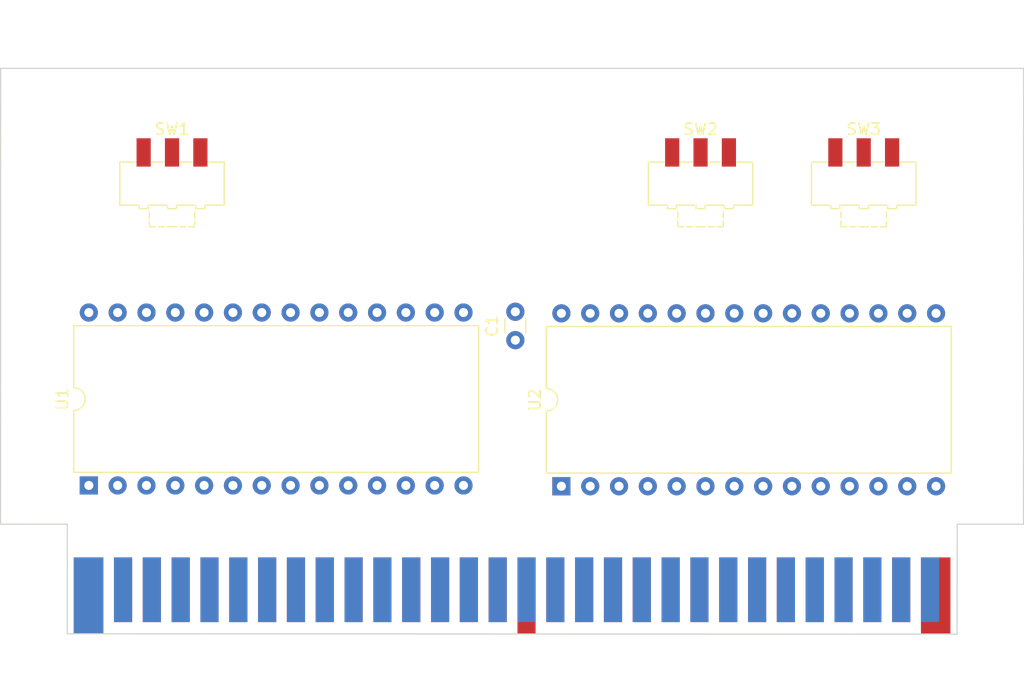
<source format=kicad_pcb>
(kicad_pcb (version 20221018) (generator pcbnew)
  (layers (0 "F.Cu" signal) (31 "B.Cu" signal) (34 "B.Paste" user) (35 "F.Paste" user) (36 "B.SilkS" user "B.Silkscreen") (37 "F.SilkS" user "F.Silkscreen") (38 "B.Mask" user) (39 "F.Mask" user) (44 "Edge.Cuts" user))
  (net 0 "")
  (net 1 "VCC")
  (net 3 "/A12")
  (net 6 "/D7")
  (net 7 "/D6")
  (net 8 "/D5")
  (net 9 "/D4")
  (net 14 "/A7")
  (net 15 "/A6")
  (net 16 "/A5")
  (net 17 "/A4")
  (net 18 "/A3")
  (net 19 "/A2")
  (net 20 "/A1")
  (net 21 "/A0")
  (net 24 "/D0")
  (net 26 "/IA11")
  (net 29 "GND")
  (net 30 "/D1")
  (net 31 "/D2")
  (net 32 "/D3")
  (net 33 "/A10")
  (net 34 "/A11")
  (net 35 "/A9")
  (net 36 "/A8")
  (net 37 "/IVA11")
  (net 38 "Net-(J1-Pin_15)")
  (net 39 "Net-(J1-Pin_18)")
  (net 40 "/VA7")
  (net 41 "/VA8")
  (net 42 "/VA9")
  (net 43 "/VA10")
  (net 44 "/VA11")
  (net 45 "/VA12")
  (net 46 "/VD7")
  (net 47 "/VD6")
  (net 48 "/VD5")
  (net 49 "/VD4")
  (net 50 "/VA6")
  (net 51 "/VA5")
  (net 52 "/VA4")
  (net 53 "/VA3")
  (net 54 "/VA2")
  (net 55 "/VA1")
  (net 56 "/VA0")
  (net 57 "/VD0")
  (net 58 "/VD1")
  (net 59 "/VD2")
  (net 60 "/VD3")
  (net 61 "/{slash}OEV")
  (net 62 "/{slash}CSV")
  (net 63 "/{slash}CSS")
  (net 64 "/IVA10")
  (footprint "Button_Switch_SMD:SW_SPDT_CK-JS102011SAQN" (layer "F.Cu") (at 146.46 86.36)
    (fp_text reference "SW3" (at 0 -4.8) (layer "F.SilkS"))
    (fp_text value "SW_SPDT")
    (fp_line (start -4.6 -1.9) (end -3.2 -1.9) (stroke (width 0.12)) (layer "F.SilkS"))
    (fp_line (start -4.6 1.9) (end -4.6 -1.9) (stroke (width 0.12)) (layer "F.SilkS"))
    (fp_line (start -4.6 1.9) (end -4.6 1.9) (stroke (width 0.12)) (layer "F.SilkS"))
    (fp_line (start -2.9 1.9) (end -4.6 1.9) (stroke (width 0.12)) (layer "F.SilkS"))
    (fp_line (start -2.9 2.2) (end -2.9 1.9) (stroke (width 0.12)) (layer "F.SilkS"))
    (fp_line (start -2.1 1.9) (end -2.1 2.2) (stroke (width 0.12)) (layer "F.SilkS"))
    (fp_line (start -2.1 2.2) (end -2.9 2.2) (stroke (width 0.12)) (layer "F.SilkS"))
    (fp_line (start -2 2.5) (end -2 2.5) (stroke (width 0.12)) (layer "F.SilkS"))
    (fp_line (start -2 3) (end -2 2.5) (stroke (width 0.12)) (layer "F.SilkS"))
    (fp_line (start -2 3.3) (end -2 3.3) (stroke (width 0.12)) (layer "F.SilkS"))
    (fp_line (start -2 3.8) (end -2 3.3) (stroke (width 0.12)) (layer "F.SilkS"))
    (fp_line (start -2 3.8) (end -1.5 3.8) (stroke (width 0.12)) (layer "F.SilkS"))
    (fp_line (start -1.8 -1.9) (end -1.8 -1.9) (stroke (width 0.12)) (layer "F.SilkS"))
    (fp_line (start -1.5 3.8) (end -1.5 3.8) (stroke (width 0.12)) (layer "F.SilkS"))
    (fp_line (start -1.2 3.8) (end -0.7 3.8) (stroke (width 0.12)) (layer "F.SilkS"))
    (fp_line (start -0.7 -1.9) (end -1.8 -1.9) (stroke (width 0.12)) (layer "F.SilkS"))
    (fp_line (start -0.7 3.8) (end -0.7 3.8) (stroke (width 0.12)) (layer "F.SilkS"))
    (fp_line (start -0.4 1.9) (end -2.1 1.9) (stroke (width 0.12)) (layer "F.SilkS"))
    (fp_line (start -0.4 2.2) (end -0.4 1.9) (stroke (width 0.12)) (layer "F.SilkS"))
    (fp_line (start -0.4 3.8) (end -0.4 3.8) (stroke (width 0.12)) (layer "F.SilkS"))
    (fp_line (start 0.4 1.9) (end 0.4 2.2) (stroke (width 0.12)) (layer "F.SilkS"))
    (fp_line (start 0.4 2.2) (end -0.4 2.2) (stroke (width 0.12)) (layer "F.SilkS"))
    (fp_line (start 0.4 3.8) (end -0.4 3.8) (stroke (width 0.12)) (layer "F.SilkS"))
    (fp_line (start 0.7 -1.9) (end 0.7 -1.9) (stroke (width 0.12)) (layer "F.SilkS"))
    (fp_line (start 0.7 3.8) (end 0.7 3.8) (stroke (width 0.12)) (layer "F.SilkS"))
    (fp_line (start 1.2 3.8) (end 0.7 3.8) (stroke (width 0.12)) (layer "F.SilkS"))
    (fp_line (start 1.5 3.8) (end 1.5 3.8) (stroke (width 0.12)) (layer "F.SilkS"))
    (fp_line (start 1.8 -1.9) (end 0.7 -1.9) (stroke (width 0.12)) (layer "F.SilkS"))
    (fp_line (start 2 2.5) (end 2 2.5) (stroke (width 0.12)) (layer "F.SilkS"))
    (fp_line (start 2 3) (end 2 2.5) (stroke (width 0.12)) (layer "F.SilkS"))
    (fp_line (start 2 3.3) (end 2 3.3) (stroke (width 0.12)) (layer "F.SilkS"))
    (fp_line (start 2 3.8) (end 1.5 3.8) (stroke (width 0.12)) (layer "F.SilkS"))
    (fp_line (start 2 3.8) (end 2 3.3) (stroke (width 0.12)) (layer "F.SilkS"))
    (fp_line (start 2.1 1.9) (end 0.4 1.9) (stroke (width 0.12)) (layer "F.SilkS"))
    (fp_line (start 2.1 2.2) (end 2.1 1.9) (stroke (width 0.12)) (layer "F.SilkS"))
    (fp_line (start 2.9 1.9) (end 2.9 2.2) (stroke (width 0.12)) (layer "F.SilkS"))
    (fp_line (start 2.9 2.2) (end 2.1 2.2) (stroke (width 0.12)) (layer "F.SilkS"))
    (fp_line (start 3.2 -1.9) (end 4.6 -1.9) (stroke (width 0.12)) (layer "F.SilkS"))
    (fp_line (start 4.6 -1.9) (end 4.6 1.9) (stroke (width 0.12)) (layer "F.SilkS"))
    (fp_line (start 4.6 1.9) (end 2.9 1.9) (stroke (width 0.12)) (layer "F.SilkS"))
    (pad "" np_thru_hole circle (at -3.4 0) (size 0.9 0.9) (drill 0.9) (layers "*.Cu" "*.Mask"))
    (pad "" np_thru_hole circle (at 3.4 0) (size 0.9 0.9) (drill 0.9) (layers "*.Cu" "*.Mask"))
    (pad "1" smd rect (at -2.5 -2.75) (size 1.25 2.5) (layers "F.Cu" "F.Paste" "F.Mask") (net 64 "/IVA10"))
    (pad "2" smd rect (at 0 -2.75) (size 1.25 2.5) (layers "F.Cu" "F.Paste" "F.Mask") (net 43 "/VA10"))
    (pad "3" smd rect (at 2.5 -2.75) (size 1.25 2.5) (layers "F.Cu" "F.Paste" "F.Mask") (net 44 "/VA11"))
  )
  (footprint "Library:HVC-TGROM-01" (layer "F.Cu") (at 115.4741 116.3007)
    (fp_text reference "J1")
    (fp_text value "Famicom_Cartridge")
    (pad "1" connect rect (at -37.33 6.35) (size 2.6 6.7) (layers "F.Cu") (net 1 "VCC"))
    (pad "2" connect rect (at -34.29 5.85) (size 1.6 5.7) (layers "F.Cu"))
    (pad "3" connect rect (at -31.75 5.85) (size 1.6 5.7) (layers "F.Cu") (net 3 "/A12"))
    (pad "4" connect rect (at -29.21 5.85) (size 1.6 5.7) (layers "F.Cu"))
    (pad "5" connect rect (at -26.67 5.85) (size 1.6 5.7) (layers "F.Cu"))
    (pad "6" connect rect (at -24.13 5.85) (size 1.6 5.7) (layers "F.Cu") (net 6 "/D7"))
    (pad "7" connect rect (at -21.59 5.85) (size 1.6 5.7) (layers "F.Cu") (net 7 "/D6"))
    (pad "8" connect rect (at -19.05 5.85) (size 1.6 5.7) (layers "F.Cu") (net 8 "/D5"))
    (pad "9" connect rect (at -16.51 5.85) (size 1.6 5.7) (layers "F.Cu") (net 9 "/D4"))
    (pad "10" connect rect (at -13.97 5.85) (size 1.6 5.7) (layers "F.Cu") (net 32 "/D3"))
    (pad "11" connect rect (at -11.43 5.85) (size 1.6 5.7) (layers "F.Cu") (net 31 "/D2"))
    (pad "12" connect rect (at -8.89 5.85) (size 1.6 5.7) (layers "F.Cu") (net 30 "/D1"))
    (pad "13" connect rect (at -6.35 5.85) (size 1.6 5.7) (layers "F.Cu") (net 24 "/D0"))
    (pad "14" connect rect (at -3.81 5.85) (size 1.6 5.7) (layers "F.Cu") (net 63 "/{slash}CSS"))
    (pad "15" connect rect (at -1.27 5.85) (size 1.6 5.7) (layers "F.Cu") (net 38 "Net-(J1-Pin_15)"))
    (pad "16" connect rect (at 1.27 6.35) (size 1.6 6.7) (layers "F.Cu") (net 38 "Net-(J1-Pin_15)"))
    (pad "17" connect rect (at 3.81 5.85) (size 1.6 5.7) (layers "F.Cu"))
    (pad "18" connect rect (at 6.35 5.85) (size 1.6 5.7) (layers "F.Cu") (net 39 "Net-(J1-Pin_18)"))
    (pad "19" connect rect (at 8.89 5.85) (size 1.6 5.7) (layers "F.Cu") (net 39 "Net-(J1-Pin_18)"))
    (pad "20" connect rect (at 11.43 5.85) (size 1.6 5.7) (layers "F.Cu") (net 40 "/VA7"))
    (pad "21" connect rect (at 13.97 5.85) (size 1.6 5.7) (layers "F.Cu") (net 41 "/VA8"))
    (pad "22" connect rect (at 16.51 5.85) (size 1.6 5.7) (layers "F.Cu") (net 42 "/VA9"))
    (pad "23" connect rect (at 19.05 5.85) (size 1.6 5.7) (layers "F.Cu") (net 43 "/VA10"))
    (pad "24" connect rect (at 21.59 5.85) (size 1.6 5.7) (layers "F.Cu") (net 44 "/VA11"))
    (pad "25" connect rect (at 24.13 5.85) (size 1.6 5.7) (layers "F.Cu") (net 45 "/VA12"))
    (pad "26" connect rect (at 26.67 5.85) (size 1.6 5.7) (layers "F.Cu") (net 61 "/{slash}OEV"))
    (pad "27" connect rect (at 29.21 5.85) (size 1.6 5.7) (layers "F.Cu") (net 46 "/VD7"))
    (pad "28" connect rect (at 31.75 5.85) (size 1.6 5.7) (layers "F.Cu") (net 47 "/VD6"))
    (pad "29" connect rect (at 34.29 5.85) (size 1.6 5.7) (layers "F.Cu") (net 48 "/VD5"))
    (pad "30" connect rect (at 37.33 6.35) (size 2.6 6.7) (layers "F.Cu") (net 49 "/VD4"))
    (pad "31" connect rect (at -37.33 6.35) (size 2.6 6.7) (layers "B.Cu") (net 29 "GND"))
    (pad "32" connect rect (at -34.29 5.85) (size 1.6 5.7) (layers "B.Cu") (net 34 "/A11"))
    (pad "33" connect rect (at -31.75 5.85) (size 1.6 5.7) (layers "B.Cu") (net 33 "/A10"))
    (pad "34" connect rect (at -29.21 5.85) (size 1.6 5.7) (layers "B.Cu") (net 35 "/A9"))
    (pad "35" connect rect (at -26.67 5.85) (size 1.6 5.7) (layers "B.Cu") (net 36 "/A8"))
    (pad "36" connect rect (at -24.13 5.85) (size 1.6 5.7) (layers "B.Cu") (net 14 "/A7"))
    (pad "37" connect rect (at -21.59 5.85) (size 1.6 5.7) (layers "B.Cu") (net 15 "/A6"))
    (pad "38" connect rect (at -19.05 5.85) (size 1.6 5.7) (layers "B.Cu") (net 16 "/A5"))
    (pad "39" connect rect (at -16.51 5.85) (size 1.6 5.7) (layers "B.Cu") (net 17 "/A4"))
    (pad "40" connect rect (at -13.97 5.85) (size 1.6 5.7) (layers "B.Cu") (net 18 "/A3"))
    (pad "41" connect rect (at -11.43 5.85) (size 1.6 5.7) (layers "B.Cu") (net 19 "/A2"))
    (pad "42" connect rect (at -8.89 5.85) (size 1.6 5.7) (layers "B.Cu") (net 20 "/A1"))
    (pad "43" connect rect (at -6.35 5.85) (size 1.6 5.7) (layers "B.Cu") (net 21 "/A0"))
    (pad "44" connect rect (at -3.81 5.85) (size 1.6 5.7) (layers "B.Cu"))
    (pad "45" connect rect (at -1.27 5.85) (size 1.6 5.7) (layers "B.Cu"))
    (pad "46" connect rect (at 1.27 5.85) (size 1.6 5.7) (layers "B.Cu") (net 29 "GND"))
    (pad "47" connect rect (at 3.81 5.85) (size 1.6 5.7) (layers "B.Cu") (net 62 "/{slash}CSV"))
    (pad "48" connect rect (at 6.35 5.85) (size 1.6 5.7) (layers "B.Cu") (net 43 "/VA10"))
    (pad "49" connect rect (at 8.89 5.85) (size 1.6 5.7) (layers "B.Cu") (net 50 "/VA6"))
    (pad "50" connect rect (at 11.43 5.85) (size 1.6 5.7) (layers "B.Cu") (net 51 "/VA5"))
    (pad "51" connect rect (at 13.97 5.85) (size 1.6 5.7) (layers "B.Cu") (net 52 "/VA4"))
    (pad "52" connect rect (at 16.51 5.85) (size 1.6 5.7) (layers "B.Cu") (net 53 "/VA3"))
    (pad "53" connect rect (at 19.05 5.85) (size 1.6 5.7) (layers "B.Cu") (net 54 "/VA2"))
    (pad "54" connect rect (at 21.59 5.85) (size 1.6 5.7) (layers "B.Cu") (net 55 "/VA1"))
    (pad "55" connect rect (at 24.13 5.85) (size 1.6 5.7) (layers "B.Cu") (net 56 "/VA0"))
    (pad "56" connect rect (at 26.67 5.85) (size 1.6 5.7) (layers "B.Cu") (net 57 "/VD0"))
    (pad "57" connect rect (at 29.21 5.85) (size 1.6 5.7) (layers "B.Cu") (net 58 "/VD1"))
    (pad "58" connect rect (at 31.75 5.85) (size 1.6 5.7) (layers "B.Cu") (net 59 "/VD2"))
    (pad "59" connect rect (at 34.29 5.85) (size 1.6 5.7) (layers "B.Cu") (net 60 "/VD3"))
    (pad "60" connect rect (at 36.83 5.85) (size 1.6 5.7) (layers "B.Cu") (net 1 "VCC"))
  )
  (footprint "Capacitor_THT:C_Disc_D3.0mm_W1.6mm_P2.50mm" (layer "F.Cu") (at 115.757957 100.153198 90)
    (fp_text reference "C1" (at 1.25 -2.05 90) (layer "F.SilkS"))
    (fp_text value "100 nF" hide)
    (fp_line (start 0.621 -0.92) (end 1.879 -0.92) (stroke (width 0.12)) (layer "F.SilkS"))
    (fp_line (start 0.621 0.92) (end 1.879 0.92) (stroke (width 0.12)) (layer "F.SilkS"))
    (pad "1" thru_hole circle (at 0 0 90) (size 1.6 1.6) (drill 0.8) (layers "*.Cu" "*.Mask") (net 29 "GND"))
    (pad "2" thru_hole circle (at 2.5 0 90) (size 1.6 1.6) (drill 0.8) (layers "*.Cu" "*.Mask") (net 1 "VCC"))
  )
  (footprint "Button_Switch_SMD:SW_SPDT_CK-JS102011SAQN" (layer "F.Cu") (at 85.5 86.36)
    (fp_text reference "SW1" (at 0 -4.8) (layer "F.SilkS"))
    (fp_text value "SW_SPDT")
    (fp_line (start -4.6 -1.9) (end -3.2 -1.9) (stroke (width 0.12)) (layer "F.SilkS"))
    (fp_line (start -4.6 1.9) (end -4.6 -1.9) (stroke (width 0.12)) (layer "F.SilkS"))
    (fp_line (start -4.6 1.9) (end -4.6 1.9) (stroke (width 0.12)) (layer "F.SilkS"))
    (fp_line (start -2.9 1.9) (end -4.6 1.9) (stroke (width 0.12)) (layer "F.SilkS"))
    (fp_line (start -2.9 2.2) (end -2.9 1.9) (stroke (width 0.12)) (layer "F.SilkS"))
    (fp_line (start -2.1 1.9) (end -2.1 2.2) (stroke (width 0.12)) (layer "F.SilkS"))
    (fp_line (start -2.1 2.2) (end -2.9 2.2) (stroke (width 0.12)) (layer "F.SilkS"))
    (fp_line (start -2 2.5) (end -2 2.5) (stroke (width 0.12)) (layer "F.SilkS"))
    (fp_line (start -2 3) (end -2 2.5) (stroke (width 0.12)) (layer "F.SilkS"))
    (fp_line (start -2 3.3) (end -2 3.3) (stroke (width 0.12)) (layer "F.SilkS"))
    (fp_line (start -2 3.8) (end -2 3.3) (stroke (width 0.12)) (layer "F.SilkS"))
    (fp_line (start -2 3.8) (end -1.5 3.8) (stroke (width 0.12)) (layer "F.SilkS"))
    (fp_line (start -1.8 -1.9) (end -1.8 -1.9) (stroke (width 0.12)) (layer "F.SilkS"))
    (fp_line (start -1.5 3.8) (end -1.5 3.8) (stroke (width 0.12)) (layer "F.SilkS"))
    (fp_line (start -1.2 3.8) (end -0.7 3.8) (stroke (width 0.12)) (layer "F.SilkS"))
    (fp_line (start -0.7 -1.9) (end -1.8 -1.9) (stroke (width 0.12)) (layer "F.SilkS"))
    (fp_line (start -0.7 3.8) (end -0.7 3.8) (stroke (width 0.12)) (layer "F.SilkS"))
    (fp_line (start -0.4 1.9) (end -2.1 1.9) (stroke (width 0.12)) (layer "F.SilkS"))
    (fp_line (start -0.4 2.2) (end -0.4 1.9) (stroke (width 0.12)) (layer "F.SilkS"))
    (fp_line (start -0.4 3.8) (end -0.4 3.8) (stroke (width 0.12)) (layer "F.SilkS"))
    (fp_line (start 0.4 1.9) (end 0.4 2.2) (stroke (width 0.12)) (layer "F.SilkS"))
    (fp_line (start 0.4 2.2) (end -0.4 2.2) (stroke (width 0.12)) (layer "F.SilkS"))
    (fp_line (start 0.4 3.8) (end -0.4 3.8) (stroke (width 0.12)) (layer "F.SilkS"))
    (fp_line (start 0.7 -1.9) (end 0.7 -1.9) (stroke (width 0.12)) (layer "F.SilkS"))
    (fp_line (start 0.7 3.8) (end 0.7 3.8) (stroke (width 0.12)) (layer "F.SilkS"))
    (fp_line (start 1.2 3.8) (end 0.7 3.8) (stroke (width 0.12)) (layer "F.SilkS"))
    (fp_line (start 1.5 3.8) (end 1.5 3.8) (stroke (width 0.12)) (layer "F.SilkS"))
    (fp_line (start 1.8 -1.9) (end 0.7 -1.9) (stroke (width 0.12)) (layer "F.SilkS"))
    (fp_line (start 2 2.5) (end 2 2.5) (stroke (width 0.12)) (layer "F.SilkS"))
    (fp_line (start 2 3) (end 2 2.5) (stroke (width 0.12)) (layer "F.SilkS"))
    (fp_line (start 2 3.3) (end 2 3.3) (stroke (width 0.12)) (layer "F.SilkS"))
    (fp_line (start 2 3.8) (end 1.5 3.8) (stroke (width 0.12)) (layer "F.SilkS"))
    (fp_line (start 2 3.8) (end 2 3.3) (stroke (width 0.12)) (layer "F.SilkS"))
    (fp_line (start 2.1 1.9) (end 0.4 1.9) (stroke (width 0.12)) (layer "F.SilkS"))
    (fp_line (start 2.1 2.2) (end 2.1 1.9) (stroke (width 0.12)) (layer "F.SilkS"))
    (fp_line (start 2.9 1.9) (end 2.9 2.2) (stroke (width 0.12)) (layer "F.SilkS"))
    (fp_line (start 2.9 2.2) (end 2.1 2.2) (stroke (width 0.12)) (layer "F.SilkS"))
    (fp_line (start 3.2 -1.9) (end 4.6 -1.9) (stroke (width 0.12)) (layer "F.SilkS"))
    (fp_line (start 4.6 -1.9) (end 4.6 1.9) (stroke (width 0.12)) (layer "F.SilkS"))
    (fp_line (start 4.6 1.9) (end 2.9 1.9) (stroke (width 0.12)) (layer "F.SilkS"))
    (pad "" np_thru_hole circle (at -3.4 0) (size 0.9 0.9) (drill 0.9) (layers "*.Cu" "*.Mask"))
    (pad "" np_thru_hole circle (at 3.4 0) (size 0.9 0.9) (drill 0.9) (layers "*.Cu" "*.Mask"))
    (pad "1" smd rect (at -2.5 -2.75) (size 1.25 2.5) (layers "F.Cu" "F.Paste" "F.Mask") (net 1 "VCC"))
    (pad "2" smd rect (at 0 -2.75) (size 1.25 2.5) (layers "F.Cu" "F.Paste" "F.Mask") (net 26 "/IA11"))
    (pad "3" smd rect (at 2.5 -2.75) (size 1.25 2.5) (layers "F.Cu" "F.Paste" "F.Mask") (net 34 "/A11"))
  )
  (footprint "Package_DIP:DIP-28_W15.24mm" (layer "F.Cu") (at 119.816 113.0297 90)
    (fp_text reference "U2" (at 7.62 -2.33 90) (layer "F.SilkS"))
    (fp_text value "27C64" hide)
    (fp_line (start 1.16 -1.33) (end 1.16 34.35) (stroke (width 0.12)) (layer "F.SilkS"))
    (fp_line (start 1.16 34.35) (end 14.08 34.35) (stroke (width 0.12)) (layer "F.SilkS"))
    (fp_line (start 6.62 -1.33) (end 1.16 -1.33) (stroke (width 0.12)) (layer "F.SilkS"))
    (fp_line (start 14.08 -1.33) (end 8.62 -1.33) (stroke (width 0.12)) (layer "F.SilkS"))
    (fp_line (start 14.08 34.35) (end 14.08 -1.33) (stroke (width 0.12)) (layer "F.SilkS"))
    (fp_arc (start 8.62 -1.33) (mid 7.62 -0.33) (end 6.62 -1.33) (stroke (width 0.12)) (layer "F.SilkS"))
    (pad "1" thru_hole rect (at 0 0 90) (size 1.6 1.6) (drill 0.8) (layers "*.Cu" "*.Mask"))
    (pad "2" thru_hole oval (at 0 2.54 90) (size 1.6 1.6) (drill 0.8) (layers "*.Cu" "*.Mask") (net 45 "/VA12"))
    (pad "3" thru_hole oval (at 0 5.08 90) (size 1.6 1.6) (drill 0.8) (layers "*.Cu" "*.Mask") (net 40 "/VA7"))
    (pad "4" thru_hole oval (at 0 7.62 90) (size 1.6 1.6) (drill 0.8) (layers "*.Cu" "*.Mask") (net 50 "/VA6"))
    (pad "5" thru_hole oval (at 0 10.16 90) (size 1.6 1.6) (drill 0.8) (layers "*.Cu" "*.Mask") (net 51 "/VA5"))
    (pad "6" thru_hole oval (at 0 12.7 90) (size 1.6 1.6) (drill 0.8) (layers "*.Cu" "*.Mask") (net 52 "/VA4"))
    (pad "7" thru_hole oval (at 0 15.24 90) (size 1.6 1.6) (drill 0.8) (layers "*.Cu" "*.Mask") (net 53 "/VA3"))
    (pad "8" thru_hole oval (at 0 17.78 90) (size 1.6 1.6) (drill 0.8) (layers "*.Cu" "*.Mask") (net 54 "/VA2"))
    (pad "9" thru_hole oval (at 0 20.32 90) (size 1.6 1.6) (drill 0.8) (layers "*.Cu" "*.Mask") (net 55 "/VA1"))
    (pad "10" thru_hole oval (at 0 22.86 90) (size 1.6 1.6) (drill 0.8) (layers "*.Cu" "*.Mask") (net 56 "/VA0"))
    (pad "11" thru_hole oval (at 0 25.4 90) (size 1.6 1.6) (drill 0.8) (layers "*.Cu" "*.Mask") (net 57 "/VD0"))
    (pad "12" thru_hole oval (at 0 27.94 90) (size 1.6 1.6) (drill 0.8) (layers "*.Cu" "*.Mask") (net 58 "/VD1"))
    (pad "13" thru_hole oval (at 0 30.48 90) (size 1.6 1.6) (drill 0.8) (layers "*.Cu" "*.Mask") (net 59 "/VD2"))
    (pad "14" thru_hole oval (at 0 33.02 90) (size 1.6 1.6) (drill 0.8) (layers "*.Cu" "*.Mask") (net 29 "GND"))
    (pad "15" thru_hole oval (at 15.24 33.02 90) (size 1.6 1.6) (drill 0.8) (layers "*.Cu" "*.Mask") (net 60 "/VD3"))
    (pad "16" thru_hole oval (at 15.24 30.48 90) (size 1.6 1.6) (drill 0.8) (layers "*.Cu" "*.Mask") (net 49 "/VD4"))
    (pad "17" thru_hole oval (at 15.24 27.94 90) (size 1.6 1.6) (drill 0.8) (layers "*.Cu" "*.Mask") (net 48 "/VD5"))
    (pad "18" thru_hole oval (at 15.24 25.4 90) (size 1.6 1.6) (drill 0.8) (layers "*.Cu" "*.Mask") (net 47 "/VD6"))
    (pad "19" thru_hole oval (at 15.24 22.86 90) (size 1.6 1.6) (drill 0.8) (layers "*.Cu" "*.Mask") (net 46 "/VD7"))
    (pad "20" thru_hole oval (at 15.24 20.32 90) (size 1.6 1.6) (drill 0.8) (layers "*.Cu" "*.Mask") (net 62 "/{slash}CSV"))
    (pad "21" thru_hole oval (at 15.24 17.78 90) (size 1.6 1.6) (drill 0.8) (layers "*.Cu" "*.Mask") (net 64 "/IVA10"))
    (pad "22" thru_hole oval (at 15.24 15.24 90) (size 1.6 1.6) (drill 0.8) (layers "*.Cu" "*.Mask") (net 61 "/{slash}OEV"))
    (pad "23" thru_hole oval (at 15.24 12.7 90) (size 1.6 1.6) (drill 0.8) (layers "*.Cu" "*.Mask") (net 37 "/IVA11"))
    (pad "24" thru_hole oval (at 15.24 10.16 90) (size 1.6 1.6) (drill 0.8) (layers "*.Cu" "*.Mask") (net 42 "/VA9"))
    (pad "25" thru_hole oval (at 15.24 7.62 90) (size 1.6 1.6) (drill 0.8) (layers "*.Cu" "*.Mask") (net 41 "/VA8"))
    (pad "26" thru_hole oval (at 15.24 5.08 90) (size 1.6 1.6) (drill 0.8) (layers "*.Cu" "*.Mask"))
    (pad "27" thru_hole oval (at 15.24 2.54 90) (size 1.6 1.6) (drill 0.8) (layers "*.Cu" "*.Mask"))
    (pad "28" thru_hole oval (at 15.24 0 90) (size 1.6 1.6) (drill 0.8) (layers "*.Cu" "*.Mask") (net 1 "VCC"))
  )
  (footprint "Package_DIP:DIP-28_W15.24mm" (layer "F.Cu") (at 78.1694 112.9599 90)
    (fp_text reference "U1" (at 7.62 -2.33 90) (layer "F.SilkS"))
    (fp_text value "27C64" hide)
    (fp_line (start 1.16 -1.33) (end 1.16 34.35) (stroke (width 0.12)) (layer "F.SilkS"))
    (fp_line (start 1.16 34.35) (end 14.08 34.35) (stroke (width 0.12)) (layer "F.SilkS"))
    (fp_line (start 6.62 -1.33) (end 1.16 -1.33) (stroke (width 0.12)) (layer "F.SilkS"))
    (fp_line (start 14.08 -1.33) (end 8.62 -1.33) (stroke (width 0.12)) (layer "F.SilkS"))
    (fp_line (start 14.08 34.35) (end 14.08 -1.33) (stroke (width 0.12)) (layer "F.SilkS"))
    (fp_arc (start 8.62 -1.33) (mid 7.62 -0.33) (end 6.62 -1.33) (stroke (width 0.12)) (layer "F.SilkS"))
    (pad "1" thru_hole rect (at 0 0 90) (size 1.6 1.6) (drill 0.8) (layers "*.Cu" "*.Mask"))
    (pad "2" thru_hole oval (at 0 2.54 90) (size 1.6 1.6) (drill 0.8) (layers "*.Cu" "*.Mask") (net 3 "/A12"))
    (pad "3" thru_hole oval (at 0 5.08 90) (size 1.6 1.6) (drill 0.8) (layers "*.Cu" "*.Mask") (net 14 "/A7"))
    (pad "4" thru_hole oval (at 0 7.62 90) (size 1.6 1.6) (drill 0.8) (layers "*.Cu" "*.Mask") (net 15 "/A6"))
    (pad "5" thru_hole oval (at 0 10.16 90) (size 1.6 1.6) (drill 0.8) (layers "*.Cu" "*.Mask") (net 16 "/A5"))
    (pad "6" thru_hole oval (at 0 12.7 90) (size 1.6 1.6) (drill 0.8) (layers "*.Cu" "*.Mask") (net 17 "/A4"))
    (pad "7" thru_hole oval (at 0 15.24 90) (size 1.6 1.6) (drill 0.8) (layers "*.Cu" "*.Mask") (net 18 "/A3"))
    (pad "8" thru_hole oval (at 0 17.78 90) (size 1.6 1.6) (drill 0.8) (layers "*.Cu" "*.Mask") (net 19 "/A2"))
    (pad "9" thru_hole oval (at 0 20.32 90) (size 1.6 1.6) (drill 0.8) (layers "*.Cu" "*.Mask") (net 20 "/A1"))
    (pad "10" thru_hole oval (at 0 22.86 90) (size 1.6 1.6) (drill 0.8) (layers "*.Cu" "*.Mask") (net 21 "/A0"))
    (pad "11" thru_hole oval (at 0 25.4 90) (size 1.6 1.6) (drill 0.8) (layers "*.Cu" "*.Mask") (net 24 "/D0"))
    (pad "12" thru_hole oval (at 0 27.94 90) (size 1.6 1.6) (drill 0.8) (layers "*.Cu" "*.Mask") (net 30 "/D1"))
    (pad "13" thru_hole oval (at 0 30.48 90) (size 1.6 1.6) (drill 0.8) (layers "*.Cu" "*.Mask") (net 31 "/D2"))
    (pad "14" thru_hole oval (at 0 33.02 90) (size 1.6 1.6) (drill 0.8) (layers "*.Cu" "*.Mask") (net 29 "GND"))
    (pad "15" thru_hole oval (at 15.24 33.02 90) (size 1.6 1.6) (drill 0.8) (layers "*.Cu" "*.Mask") (net 32 "/D3"))
    (pad "16" thru_hole oval (at 15.24 30.48 90) (size 1.6 1.6) (drill 0.8) (layers "*.Cu" "*.Mask") (net 9 "/D4"))
    (pad "17" thru_hole oval (at 15.24 27.94 90) (size 1.6 1.6) (drill 0.8) (layers "*.Cu" "*.Mask") (net 8 "/D5"))
    (pad "18" thru_hole oval (at 15.24 25.4 90) (size 1.6 1.6) (drill 0.8) (layers "*.Cu" "*.Mask") (net 7 "/D6"))
    (pad "19" thru_hole oval (at 15.24 22.86 90) (size 1.6 1.6) (drill 0.8) (layers "*.Cu" "*.Mask") (net 6 "/D7"))
    (pad "20" thru_hole oval (at 15.24 20.32 90) (size 1.6 1.6) (drill 0.8) (layers "*.Cu" "*.Mask") (net 63 "/{slash}CSS"))
    (pad "21" thru_hole oval (at 15.24 17.78 90) (size 1.6 1.6) (drill 0.8) (layers "*.Cu" "*.Mask") (net 33 "/A10"))
    (pad "22" thru_hole oval (at 15.24 15.24 90) (size 1.6 1.6) (drill 0.8) (layers "*.Cu" "*.Mask") (net 29 "GND"))
    (pad "23" thru_hole oval (at 15.24 12.7 90) (size 1.6 1.6) (drill 0.8) (layers "*.Cu" "*.Mask") (net 26 "/IA11"))
    (pad "24" thru_hole oval (at 15.24 10.16 90) (size 1.6 1.6) (drill 0.8) (layers "*.Cu" "*.Mask") (net 35 "/A9"))
    (pad "25" thru_hole oval (at 15.24 7.62 90) (size 1.6 1.6) (drill 0.8) (layers "*.Cu" "*.Mask") (net 36 "/A8"))
    (pad "26" thru_hole oval (at 15.24 5.08 90) (size 1.6 1.6) (drill 0.8) (layers "*.Cu" "*.Mask"))
    (pad "27" thru_hole oval (at 15.24 2.54 90) (size 1.6 1.6) (drill 0.8) (layers "*.Cu" "*.Mask"))
    (pad "28" thru_hole oval (at 15.24 0 90) (size 1.6 1.6) (drill 0.8) (layers "*.Cu" "*.Mask") (net 1 "VCC"))
  )
  (footprint "Button_Switch_SMD:SW_SPDT_CK-JS102011SAQN" (layer "F.Cu") (at 132.08 86.36)
    (fp_text reference "SW2" (at 0 -4.8) (layer "F.SilkS"))
    (fp_text value "SW_SPDT")
    (fp_line (start -4.6 -1.9) (end -3.2 -1.9) (stroke (width 0.12)) (layer "F.SilkS"))
    (fp_line (start -4.6 1.9) (end -4.6 -1.9) (stroke (width 0.12)) (layer "F.SilkS"))
    (fp_line (start -4.6 1.9) (end -4.6 1.9) (stroke (width 0.12)) (layer "F.SilkS"))
    (fp_line (start -2.9 1.9) (end -4.6 1.9) (stroke (width 0.12)) (layer "F.SilkS"))
    (fp_line (start -2.9 2.2) (end -2.9 1.9) (stroke (width 0.12)) (layer "F.SilkS"))
    (fp_line (start -2.1 1.9) (end -2.1 2.2) (stroke (width 0.12)) (layer "F.SilkS"))
    (fp_line (start -2.1 2.2) (end -2.9 2.2) (stroke (width 0.12)) (layer "F.SilkS"))
    (fp_line (start -2 2.5) (end -2 2.5) (stroke (width 0.12)) (layer "F.SilkS"))
    (fp_line (start -2 3) (end -2 2.5) (stroke (width 0.12)) (layer "F.SilkS"))
    (fp_line (start -2 3.3) (end -2 3.3) (stroke (width 0.12)) (layer "F.SilkS"))
    (fp_line (start -2 3.8) (end -2 3.3) (stroke (width 0.12)) (layer "F.SilkS"))
    (fp_line (start -2 3.8) (end -1.5 3.8) (stroke (width 0.12)) (layer "F.SilkS"))
    (fp_line (start -1.8 -1.9) (end -1.8 -1.9) (stroke (width 0.12)) (layer "F.SilkS"))
    (fp_line (start -1.5 3.8) (end -1.5 3.8) (stroke (width 0.12)) (layer "F.SilkS"))
    (fp_line (start -1.2 3.8) (end -0.7 3.8) (stroke (width 0.12)) (layer "F.SilkS"))
    (fp_line (start -0.7 -1.9) (end -1.8 -1.9) (stroke (width 0.12)) (layer "F.SilkS"))
    (fp_line (start -0.7 3.8) (end -0.7 3.8) (stroke (width 0.12)) (layer "F.SilkS"))
    (fp_line (start -0.4 1.9) (end -2.1 1.9) (stroke (width 0.12)) (layer "F.SilkS"))
    (fp_line (start -0.4 2.2) (end -0.4 1.9) (stroke (width 0.12)) (layer "F.SilkS"))
    (fp_line (start -0.4 3.8) (end -0.4 3.8) (stroke (width 0.12)) (layer "F.SilkS"))
    (fp_line (start 0.4 1.9) (end 0.4 2.2) (stroke (width 0.12)) (layer "F.SilkS"))
    (fp_line (start 0.4 2.2) (end -0.4 2.2) (stroke (width 0.12)) (layer "F.SilkS"))
    (fp_line (start 0.4 3.8) (end -0.4 3.8) (stroke (width 0.12)) (layer "F.SilkS"))
    (fp_line (start 0.7 -1.9) (end 0.7 -1.9) (stroke (width 0.12)) (layer "F.SilkS"))
    (fp_line (start 0.7 3.8) (end 0.7 3.8) (stroke (width 0.12)) (layer "F.SilkS"))
    (fp_line (start 1.2 3.8) (end 0.7 3.8) (stroke (width 0.12)) (layer "F.SilkS"))
    (fp_line (start 1.5 3.8) (end 1.5 3.8) (stroke (width 0.12)) (layer "F.SilkS"))
    (fp_line (start 1.8 -1.9) (end 0.7 -1.9) (stroke (width 0.12)) (layer "F.SilkS"))
    (fp_line (start 2 2.5) (end 2 2.5) (stroke (width 0.12)) (layer "F.SilkS"))
    (fp_line (start 2 3) (end 2 2.5) (stroke (width 0.12)) (layer "F.SilkS"))
    (fp_line (start 2 3.3) (end 2 3.3) (stroke (width 0.12)) (layer "F.SilkS"))
    (fp_line (start 2 3.8) (end 1.5 3.8) (stroke (width 0.12)) (layer "F.SilkS"))
    (fp_line (start 2 3.8) (end 2 3.3) (stroke (width 0.12)) (layer "F.SilkS"))
    (fp_line (start 2.1 1.9) (end 0.4 1.9) (stroke (width 0.12)) (layer "F.SilkS"))
    (fp_line (start 2.1 2.2) (end 2.1 1.9) (stroke (width 0.12)) (layer "F.SilkS"))
    (fp_line (start 2.9 1.9) (end 2.9 2.2) (stroke (width 0.12)) (layer "F.SilkS"))
    (fp_line (start 2.9 2.2) (end 2.1 2.2) (stroke (width 0.12)) (layer "F.SilkS"))
    (fp_line (start 3.2 -1.9) (end 4.6 -1.9) (stroke (width 0.12)) (layer "F.SilkS"))
    (fp_line (start 4.6 -1.9) (end 4.6 1.9) (stroke (width 0.12)) (layer "F.SilkS"))
    (fp_line (start 4.6 1.9) (end 2.9 1.9) (stroke (width 0.12)) (layer "F.SilkS"))
    (pad "" np_thru_hole circle (at -3.4 0) (size 0.9 0.9) (drill 0.9) (layers "*.Cu" "*.Mask"))
    (pad "" np_thru_hole circle (at 3.4 0) (size 0.9 0.9) (drill 0.9) (layers "*.Cu" "*.Mask"))
    (pad "1" smd rect (at -2.5 -2.75) (size 1.25 2.5) (layers "F.Cu" "F.Paste" "F.Mask") (net 1 "VCC"))
    (pad "2" smd rect (at 0 -2.75) (size 1.25 2.5) (layers "F.Cu" "F.Paste" "F.Mask") (net 37 "/IVA11"))
    (pad "3" smd rect (at 2.5 -2.75) (size 1.25 2.5) (layers "F.Cu" "F.Paste" "F.Mask") (net 44 "/VA11"))
  )
  (gr_line (start 70.397676 76.2) (end 160.55304 76.2) (stroke (width 0.1)) (layer "Edge.Cuts"))
  (gr_line (start 76.274456 116.375856) (end 70.390482 116.370697) (stroke (width 0.1)) (layer "Edge.Cuts"))
  (gr_line (start 70.390482 116.370697) (end 70.397676 76.2) (stroke (width 0.1)) (layer "Edge.Cuts"))
  (gr_line (start 160.55304 76.2) (end 160.545063 116.377307) (stroke (width 0.1)) (layer "Edge.Cuts"))
  (gr_line (start 160.545063 116.377307) (end 154.697969 116.3753) (stroke (width 0.1)) (layer "Edge.Cuts"))
  (gr_line (start 154.697969 116.3753) (end 154.695549 126.068181) (stroke (width 0.1)) (layer "Edge.Cuts"))
  (gr_line (start 76.274456 116.375856) (end 76.266086 126.032023) (stroke (width 0.1)) (layer "Edge.Cuts"))
  (gr_line (start 154.695549 126.068181) (end 76.266086 126.032023) (stroke (width 0.1)) (layer "Edge.Cuts"))
)
</source>
